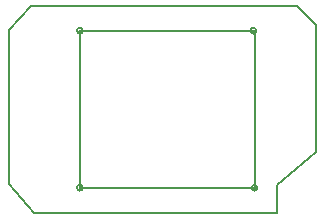
<source format=gbr>
G04 #@! TF.GenerationSoftware,KiCad,Pcbnew,(5.0.0-3-g5ebb6b6)*
G04 #@! TF.CreationDate,2018-09-02T18:34:50-06:00*
G04 #@! TF.ProjectId,Hak5-unify,48616B352D756E6966792E6B69636164,rev?*
G04 #@! TF.SameCoordinates,Original*
G04 #@! TF.FileFunction,Profile,NP*
%FSLAX46Y46*%
G04 Gerber Fmt 4.6, Leading zero omitted, Abs format (unit mm)*
G04 Created by KiCad (PCBNEW (5.0.0-3-g5ebb6b6)) date Sunday, September 02, 2018 at 06:34:50 PM*
%MOMM*%
%LPD*%
G01*
G04 APERTURE LIST*
%ADD10C,0.200000*%
G04 APERTURE END LIST*
D10*
X106250000Y-84600000D02*
G75*
G03X106250000Y-84600000I-250000J0D01*
G01*
X106250000Y-97900000D02*
G75*
G03X106250000Y-97900000I-250000J0D01*
G01*
X121050000Y-97900000D02*
G75*
G03X121050000Y-97900000I-250000J0D01*
G01*
X120950000Y-84600000D02*
G75*
G03X120950000Y-84600000I-250000J0D01*
G01*
X124400000Y-82500000D02*
X126000000Y-84100000D01*
X100000000Y-84500000D02*
X101900000Y-82500000D01*
X100000000Y-97600000D02*
X102100000Y-100000000D01*
X122700000Y-97700000D02*
X122700000Y-100000000D01*
X126000000Y-94900000D02*
X122700000Y-97650000D01*
X126000000Y-84100000D02*
X126000000Y-94850000D01*
X100000000Y-84500000D02*
X100000000Y-97600000D01*
X102100000Y-100000000D02*
X122700000Y-100000000D01*
X101900000Y-82500000D02*
X124400000Y-82500000D01*
X106000000Y-97900000D02*
X120900000Y-97900000D01*
X106000000Y-84500000D02*
X106000000Y-97800000D01*
X120900000Y-84600000D02*
X105900000Y-84600000D01*
X120800000Y-97800000D02*
X120800000Y-84500000D01*
M02*

</source>
